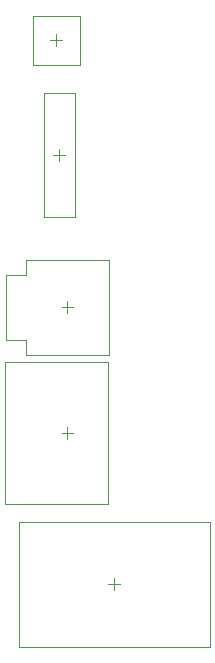
<source format=gbr>
G04*
G04 #@! TF.GenerationSoftware,Altium Limited,Altium Designer,25.4.2 (15)*
G04*
G04 Layer_Color=32768*
%FSLAX44Y44*%
%MOMM*%
G71*
G04*
G04 #@! TF.SameCoordinates,6A45B100-41C4-4237-90B8-33650A0F4B54*
G04*
G04*
G04 #@! TF.FilePolarity,Positive*
G04*
G01*
G75*
%ADD49C,0.1000*%
%ADD50C,0.0500*%
D49*
X48250Y184250D02*
X58250D01*
X53250Y179250D02*
Y189250D01*
X48250Y290700D02*
X58250D01*
X53250Y285700D02*
Y295700D01*
X38750Y517000D02*
X48750D01*
X43750Y512000D02*
Y522000D01*
X46250Y414750D02*
Y424750D01*
X41250Y419750D02*
X51250D01*
X93000Y51250D02*
Y61250D01*
X88000Y56250D02*
X98000D01*
D50*
X750Y244350D02*
X87750D01*
Y124150D02*
Y244350D01*
X750Y124150D02*
X87750D01*
X750D02*
Y244350D01*
X18250Y331000D02*
X88250D01*
X18250Y318500D02*
Y331000D01*
X1250Y318500D02*
X18250D01*
X88250Y250400D02*
Y331000D01*
X18250Y250400D02*
X88250D01*
X18250D02*
Y262900D01*
X1250D02*
X18250D01*
X1250D02*
Y318500D01*
X23760Y537700D02*
X63740D01*
Y496300D02*
Y537700D01*
X23760Y496300D02*
Y537700D01*
Y496300D02*
X63740D01*
X33250Y472500D02*
X59250D01*
X33250Y367000D02*
Y472500D01*
X59250Y367000D02*
Y472500D01*
X33250Y367000D02*
X59250D01*
X12000Y109250D02*
X174000D01*
X12000Y3250D02*
X174000D01*
X12000D02*
Y109250D01*
X174000Y3250D02*
Y109250D01*
M02*

</source>
